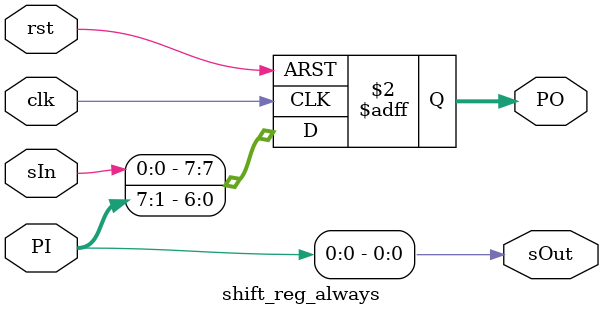
<source format=sv>
`timescale 1ns/1ns
module shift_reg_always(input [7:0] PI, input clk, rst, sIn, output logic [7:0] PO, output logic sOut);
	assign sOut = PI[0];
	always @ (posedge clk, posedge rst) begin
		if (rst)
			PO <= 8'b0;
		else
			PO <= {sIn, PI[7:1]};
	end
endmodule

</source>
